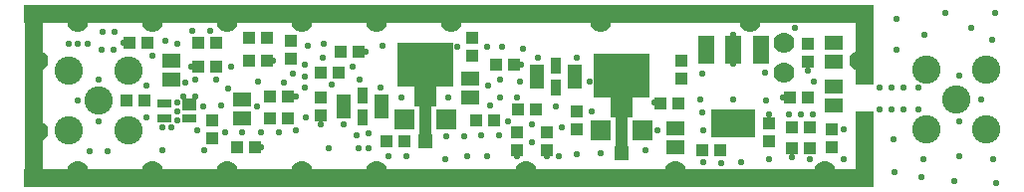
<source format=gts>
G04 Layer_Color=8388736*
%FSLAX24Y24*%
%MOIN*%
G70*
G01*
G75*
%ADD36R,0.0625X0.2215*%
%ADD37R,0.0625X0.2710*%
%ADD38R,0.0625X0.2265*%
%ADD39R,2.8125X0.0625*%
%ADD40R,2.8125X0.0625*%
%ADD41R,0.0625X0.2560*%
%ADD42R,0.0320X0.0570*%
%ADD43R,0.0489X0.0789*%
%ADD44R,0.0678X0.0678*%
%ADD45R,0.1879X0.1482*%
%ADD46R,0.0781X0.0730*%
%ADD47R,0.0419X0.1108*%
%ADD48R,0.0474X0.0474*%
%ADD49R,0.0460X0.0280*%
%ADD50R,0.0460X0.0400*%
%ADD51R,0.0440X0.0400*%
%ADD52R,0.0400X0.0440*%
%ADD53R,0.0600X0.0465*%
%ADD54R,0.0560X0.0960*%
%ADD55R,0.1500X0.0950*%
%ADD56C,0.0950*%
%ADD57C,0.0237*%
%ADD58C,0.0230*%
%ADD59C,0.0700*%
%ADD60C,0.0332*%
D36*
X437Y2843D02*
D03*
Y1593D02*
D03*
D37*
X28232Y4855D02*
D03*
D38*
X437Y4682D02*
D03*
D39*
X14187Y402D02*
D03*
D03*
D40*
Y5898D02*
D03*
D03*
D41*
X28232Y1370D02*
D03*
D42*
X17910Y4165D02*
D03*
Y3435D02*
D03*
X11440Y3165D02*
D03*
Y2435D02*
D03*
D43*
X17270Y3800D02*
D03*
X18550D02*
D03*
X10800Y2800D02*
D03*
X12080D02*
D03*
D44*
X19398Y2000D02*
D03*
X20800D02*
D03*
X12849Y2379D02*
D03*
X14251D02*
D03*
D45*
X20099Y3821D02*
D03*
X13550Y4200D02*
D03*
D46*
X20099Y2795D02*
D03*
X13550Y3174D02*
D03*
D47*
X20099Y1961D02*
D03*
X13550Y2340D02*
D03*
D48*
X20099Y1252D02*
D03*
X13550Y1631D02*
D03*
D49*
X5653Y2400D02*
D03*
X4800Y2916D02*
D03*
Y2400D02*
D03*
D50*
X5653Y2856D02*
D03*
D51*
X26400Y1400D02*
D03*
X25800D02*
D03*
X26400Y2100D02*
D03*
X25800D02*
D03*
X10700Y4650D02*
D03*
X11300D02*
D03*
X17250Y2700D02*
D03*
X16650D02*
D03*
X10650Y3950D02*
D03*
X10050D02*
D03*
X7650Y4350D02*
D03*
X8250D02*
D03*
X6550Y4950D02*
D03*
X5950D02*
D03*
X8250Y5100D02*
D03*
X7650D02*
D03*
X7250Y1450D02*
D03*
X7850D02*
D03*
X23400Y1350D02*
D03*
X22800D02*
D03*
X25750Y3100D02*
D03*
X26350D02*
D03*
X21400Y2900D02*
D03*
X22000D02*
D03*
X15850Y2350D02*
D03*
X15250D02*
D03*
X12850Y1650D02*
D03*
X12250D02*
D03*
X8950Y2400D02*
D03*
X8350D02*
D03*
X4150Y3000D02*
D03*
X3550D02*
D03*
X6550Y4150D02*
D03*
X5950D02*
D03*
X16500Y4200D02*
D03*
X15900D02*
D03*
X4250Y4950D02*
D03*
X3650D02*
D03*
X8950Y3150D02*
D03*
X8350D02*
D03*
D52*
X25050Y1650D02*
D03*
Y2250D02*
D03*
X22100Y4350D02*
D03*
Y3750D02*
D03*
X17600Y1950D02*
D03*
Y1350D02*
D03*
X16600Y1950D02*
D03*
Y1350D02*
D03*
X10050Y3100D02*
D03*
Y2500D02*
D03*
X6400Y2350D02*
D03*
Y1750D02*
D03*
X15100Y5100D02*
D03*
Y4500D02*
D03*
X9050Y5000D02*
D03*
Y4400D02*
D03*
X27150Y2050D02*
D03*
Y1450D02*
D03*
X18600Y2050D02*
D03*
Y2650D02*
D03*
X26350Y4300D02*
D03*
Y4900D02*
D03*
D53*
X27200Y2850D02*
D03*
Y3475D02*
D03*
X21900Y1450D02*
D03*
Y2075D02*
D03*
X27200Y4300D02*
D03*
Y4925D02*
D03*
X15050Y3100D02*
D03*
Y3725D02*
D03*
X5050Y3700D02*
D03*
Y4325D02*
D03*
X7400Y2400D02*
D03*
Y3025D02*
D03*
D54*
X24760Y4700D02*
D03*
X23850D02*
D03*
X22940D02*
D03*
D55*
X23850Y2250D02*
D03*
D56*
X30300Y2050D02*
D03*
X32300D02*
D03*
Y4050D02*
D03*
X30300D02*
D03*
X31300Y3050D02*
D03*
X2600Y3000D02*
D03*
X1600Y4000D02*
D03*
X3600D02*
D03*
Y2000D02*
D03*
X1600D02*
D03*
D57*
X17910Y4235D02*
D03*
Y3365D02*
D03*
X11440Y3235D02*
D03*
Y2365D02*
D03*
D58*
X30250Y5200D02*
D03*
X29300Y4700D02*
D03*
Y5750D02*
D03*
X30200Y1050D02*
D03*
X30150Y450D02*
D03*
X31400Y1150D02*
D03*
X30050Y3450D02*
D03*
X29550D02*
D03*
X29150D02*
D03*
X28750D02*
D03*
X30050Y2700D02*
D03*
X29550D02*
D03*
X29150D02*
D03*
X28750D02*
D03*
X26400Y1050D02*
D03*
X27550D02*
D03*
Y2050D02*
D03*
X25050Y1050D02*
D03*
X24100Y950D02*
D03*
X22850D02*
D03*
X23450Y900D02*
D03*
X23300Y2500D02*
D03*
X24950Y3000D02*
D03*
X26100Y2550D02*
D03*
X25700D02*
D03*
X26500D02*
D03*
X22800Y2600D02*
D03*
X11650Y1900D02*
D03*
X11250Y1850D02*
D03*
X11650Y1400D02*
D03*
X14500Y400D02*
D03*
X5700Y4150D02*
D03*
X3450Y4950D02*
D03*
X9200Y3150D02*
D03*
X10050Y2200D02*
D03*
X11550Y4650D02*
D03*
X26550Y3650D02*
D03*
X24900Y3950D02*
D03*
X22800Y3900D02*
D03*
X32600Y5950D02*
D03*
X32650Y250D02*
D03*
X31250Y300D02*
D03*
X32500Y5050D02*
D03*
X31800Y5450D02*
D03*
X30950Y5950D02*
D03*
X29200Y1700D02*
D03*
X29250Y600D02*
D03*
X32550Y1050D02*
D03*
X31400Y3850D02*
D03*
X32150Y3050D02*
D03*
X31400Y2300D02*
D03*
X400Y2550D02*
D03*
X450Y3700D02*
D03*
Y5550D02*
D03*
X6550Y3700D02*
D03*
X5850D02*
D03*
X19400Y1250D02*
D03*
X18600Y1200D02*
D03*
X18000Y1150D02*
D03*
X15600D02*
D03*
X16600D02*
D03*
X17600D02*
D03*
X16000Y1850D02*
D03*
X12900Y1150D02*
D03*
X12300D02*
D03*
X11300Y1400D02*
D03*
X8050Y1450D02*
D03*
X10800Y2200D02*
D03*
X10300Y1400D02*
D03*
X2600Y2300D02*
D03*
X6150Y1350D02*
D03*
X4750D02*
D03*
X2300Y1300D02*
D03*
X2900D02*
D03*
X23850Y5200D02*
D03*
X28250Y2450D02*
D03*
Y3650D02*
D03*
X25800Y1100D02*
D03*
X25050Y2550D02*
D03*
X22750Y3050D02*
D03*
X23850D02*
D03*
X25900Y5450D02*
D03*
X26350Y4000D02*
D03*
X25500Y3100D02*
D03*
X23300Y1950D02*
D03*
X24450D02*
D03*
X23900D02*
D03*
Y2500D02*
D03*
X24450D02*
D03*
X23850Y4250D02*
D03*
X21200Y2950D02*
D03*
X22850Y2000D02*
D03*
X18100Y2100D02*
D03*
X17900Y2800D02*
D03*
X16800Y4750D02*
D03*
X18600Y4450D02*
D03*
X11350Y3700D02*
D03*
X9500Y3450D02*
D03*
X12050D02*
D03*
X12750Y3100D02*
D03*
X14600Y4800D02*
D03*
X15600D02*
D03*
X16100D02*
D03*
X16750Y4200D02*
D03*
X21300Y2000D02*
D03*
X20900Y1350D02*
D03*
X19050Y3650D02*
D03*
X19100Y2650D02*
D03*
X14200Y1050D02*
D03*
X14950Y1150D02*
D03*
X17100Y1600D02*
D03*
X17300Y4450D02*
D03*
X17100Y2200D02*
D03*
X16700Y3650D02*
D03*
X14300Y3100D02*
D03*
X16900Y5900D02*
D03*
X8800Y3600D02*
D03*
X10100Y4450D02*
D03*
X9600Y4850D02*
D03*
X9500Y3800D02*
D03*
X9550Y2450D02*
D03*
X16300Y2300D02*
D03*
X16050Y3100D02*
D03*
X10400Y3550D02*
D03*
X9100Y3900D02*
D03*
X15700Y2850D02*
D03*
X11100Y4150D02*
D03*
X5750Y5350D02*
D03*
X10150Y4900D02*
D03*
X6850Y1950D02*
D03*
X7400D02*
D03*
X6100Y2800D02*
D03*
X5900Y2000D02*
D03*
X6700Y2850D02*
D03*
X5500Y3600D02*
D03*
X450Y1050D02*
D03*
X5850Y3150D02*
D03*
X5450D02*
D03*
X4750Y2100D02*
D03*
X5050D02*
D03*
X5250Y2350D02*
D03*
Y2650D02*
D03*
Y2950D02*
D03*
X8450Y4350D02*
D03*
X6350Y5350D02*
D03*
X500Y5200D02*
D03*
X3100Y4700D02*
D03*
X2750Y5300D02*
D03*
X3150D02*
D03*
X2700Y4700D02*
D03*
X16050Y3700D02*
D03*
X15650Y3500D02*
D03*
X1600Y4900D02*
D03*
X1900D02*
D03*
X2250D02*
D03*
X4200Y2450D02*
D03*
Y3500D02*
D03*
X450Y3100D02*
D03*
X28232Y5098D02*
D03*
Y5498D02*
D03*
X837Y5898D02*
D03*
X437D02*
D03*
X5500D02*
D03*
X5100D02*
D03*
X25050D02*
D03*
X1237D02*
D03*
X5900D02*
D03*
X6300D02*
D03*
X7500D02*
D03*
X7900D02*
D03*
X8300D02*
D03*
X8700D02*
D03*
X17450D02*
D03*
X17850D02*
D03*
X18250D02*
D03*
X18650D02*
D03*
X25450D02*
D03*
X25850D02*
D03*
X26250D02*
D03*
X26650D02*
D03*
X27050D02*
D03*
X27450D02*
D03*
X27850D02*
D03*
X28232D02*
D03*
X4010Y402D02*
D03*
X3610D02*
D03*
X3210D02*
D03*
X2810D02*
D03*
X2410D02*
D03*
X437Y402D02*
D03*
X837D02*
D03*
X1237D02*
D03*
X2410Y5898D02*
D03*
X2810D02*
D03*
X3210D02*
D03*
X3610D02*
D03*
X4010D02*
D03*
X8700Y402D02*
D03*
X8300D02*
D03*
X7900D02*
D03*
X7500D02*
D03*
X6300D02*
D03*
X5900D02*
D03*
X5100D02*
D03*
X5500D02*
D03*
X9900D02*
D03*
X10300D02*
D03*
X10700D02*
D03*
X11100D02*
D03*
X11500Y5898D02*
D03*
X11100D02*
D03*
X10700D02*
D03*
X10300D02*
D03*
X9900D02*
D03*
X13900D02*
D03*
X13500D02*
D03*
X13100D02*
D03*
X12300D02*
D03*
X12700D02*
D03*
X13900Y402D02*
D03*
X13500D02*
D03*
X13100D02*
D03*
X12700D02*
D03*
X12300D02*
D03*
X11500D02*
D03*
X16300D02*
D03*
X15900D02*
D03*
X15500D02*
D03*
X15100D02*
D03*
Y5898D02*
D03*
X15500D02*
D03*
X15900D02*
D03*
X16300D02*
D03*
X18650Y402D02*
D03*
X18250D02*
D03*
X17850D02*
D03*
X17450D02*
D03*
X21050D02*
D03*
X20650D02*
D03*
X20250D02*
D03*
X19850D02*
D03*
X19450D02*
D03*
X19050D02*
D03*
X20250Y5898D02*
D03*
X20650D02*
D03*
X21050D02*
D03*
X21450D02*
D03*
X21850D02*
D03*
X22250D02*
D03*
X19850D02*
D03*
X23450D02*
D03*
X23050D02*
D03*
X22650D02*
D03*
X23850D02*
D03*
X24650Y402D02*
D03*
X23450D02*
D03*
X23850D02*
D03*
X24250D02*
D03*
X23050D02*
D03*
X22650D02*
D03*
X22250D02*
D03*
X21450D02*
D03*
X19050Y5898D02*
D03*
X25050Y402D02*
D03*
X25450D02*
D03*
X25850D02*
D03*
X26250D02*
D03*
X28232D02*
D03*
X27850D02*
D03*
X27450D02*
D03*
X28232Y802D02*
D03*
Y1202D02*
D03*
Y1602D02*
D03*
Y1950D02*
D03*
X7050Y4150D02*
D03*
X5250Y4900D02*
D03*
X4850Y5000D02*
D03*
X4400Y4500D02*
D03*
X16600Y3100D02*
D03*
X9500Y4200D02*
D03*
X1900Y3000D02*
D03*
X14250Y1800D02*
D03*
X12100Y4850D02*
D03*
X14850Y1800D02*
D03*
X15400Y1850D02*
D03*
X2600Y3700D02*
D03*
X9200Y2000D02*
D03*
X8650Y1950D02*
D03*
X8050D02*
D03*
X6950Y3400D02*
D03*
X7950Y3650D02*
D03*
X7900Y2800D02*
D03*
D59*
X11894Y650D02*
D03*
X25550Y4950D02*
D03*
X28084Y4340D02*
D03*
X24394Y5650D02*
D03*
X19394D02*
D03*
X14394D02*
D03*
X9394D02*
D03*
X4394D02*
D03*
X26894Y650D02*
D03*
X21894D02*
D03*
X16894D02*
D03*
X6894D02*
D03*
X1894D02*
D03*
X584Y4340D02*
D03*
Y1960D02*
D03*
X1894Y5650D02*
D03*
X4394Y650D02*
D03*
X6894Y5650D02*
D03*
X9394Y650D02*
D03*
X11894Y5650D02*
D03*
X25550Y3950D02*
D03*
D60*
X20099Y1252D02*
D03*
Y3122D02*
D03*
Y2659D02*
D03*
Y4155D02*
D03*
X20678D02*
D03*
X19520D02*
D03*
X19808Y3693D02*
D03*
X20391D02*
D03*
X13550Y1631D02*
D03*
Y3501D02*
D03*
Y3039D02*
D03*
Y4535D02*
D03*
X14129D02*
D03*
X12971D02*
D03*
X13259Y4072D02*
D03*
X13841D02*
D03*
M02*

</source>
